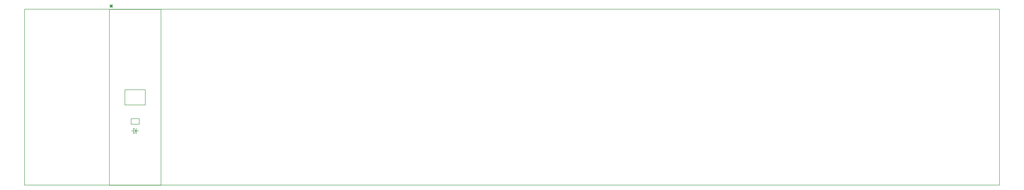
<source format=gto>
G04*
G04 #@! TF.GenerationSoftware,Altium Limited,Altium Designer,19.0.10 (269)*
G04*
G04 Layer_Color=65535*
%FSLAX25Y25*%
%MOIN*%
G70*
G01*
G75*
%ADD10C,0.00591*%
%ADD11C,0.01000*%
D10*
X204429Y134056D02*
Y142717D01*
Y134056D02*
X217224D01*
Y142717D01*
X204429D02*
X217224D01*
X170866Y38977D02*
X250787D01*
Y312599D01*
X170866D02*
X250787D01*
X170866Y38977D02*
Y312599D01*
X205315Y123623D02*
X216142D01*
X208268D02*
Y127560D01*
X208809D01*
X212746Y123623D01*
X208809Y119686D02*
X212746Y123623D01*
X208268Y119686D02*
X208809D01*
X208268D02*
Y123623D01*
X212746D01*
Y127560D01*
Y119686D02*
Y127560D01*
X211221Y119686D02*
X212746D01*
X195079Y163977D02*
X226575D01*
Y187599D01*
X195079D02*
X226575D01*
X195079Y163977D02*
Y187599D01*
X39370Y39370D02*
Y312992D01*
X1551181D01*
Y39370D02*
Y312992D01*
X39370Y39370D02*
X1551181D01*
D11*
X171616Y319925D02*
X175615Y315927D01*
X171616D02*
X175615Y319925D01*
X171616Y317926D02*
X175615D01*
X173616Y315927D02*
Y319925D01*
M02*

</source>
